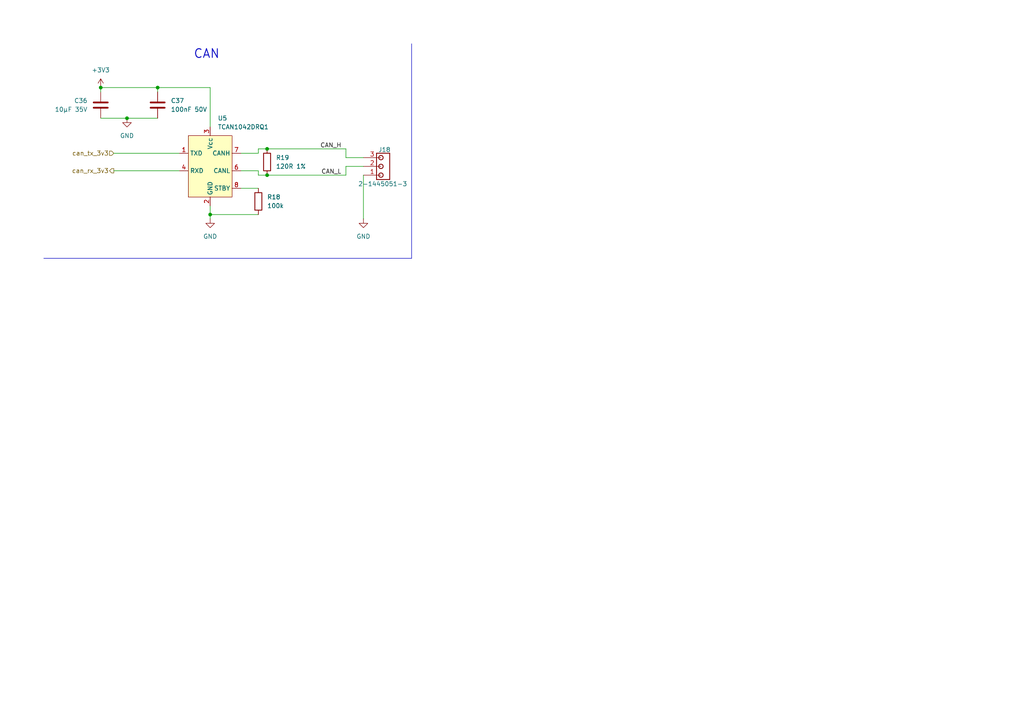
<source format=kicad_sch>
(kicad_sch (version 20250114) (generator "eeschema") (generator_version "9.0")
  (paper "A4")
  (lib_symbols
    (symbol "cocotter_capacitors:C_100nF_50V_0603" (pin_numbers (hide yes)) (pin_names (offset 0.254))
      (property "Reference" "C" (at 0.635 2.54 0))
      (property "Value" "100nF 50V" (at 0.635 -2.54 0))
      (symbol "C_100nF_50V_0603_0_1"
        (polyline (pts (xy -2.032 0.762) (xy 2.032 0.762)) (stroke (width 0.508)))
        (polyline (pts (xy -2.032 -0.762) (xy 2.032 -0.762)) (stroke (width 0.508)))
      )
      (symbol "C_100nF_50V_0603_1_1"
        (pin passive line (at 0 3.81 270) (length 2.794) (name "~") (number "1"))
        (pin passive line (at 0 -3.81 90) (length 2.794) (name "~") (number "2"))
      )
    )
    (symbol "cocotter_capacitors:C_10µF_35V_1206" (pin_numbers (hide yes)) (pin_names (offset 0.254))
      (property "Reference" "C" (at 0.635 2.54 0))
      (property "Value" "10µF 35V" (at 0.635 -2.54 0))
      (symbol "C_10µF_35V_1206_0_1"
        (polyline (pts (xy -2.032 0.762) (xy 2.032 0.762)) (stroke (width 0.508)))
        (polyline (pts (xy -2.032 -0.762) (xy 2.032 -0.762)) (stroke (width 0.508)))
      )
      (symbol "C_10µF_35V_1206_1_1"
        (pin passive line (at 0 3.81 270) (length 2.794) (name "~") (number "1"))
        (pin passive line (at 0 -3.81 90) (length 2.794) (name "~") (number "2"))
      )
    )
    (symbol "cocotter_connectors:2-1445051-3" (pin_names (offset 0.002))
      (property "Reference" "J" (at -2.286 4.826 0))
      (property "Value" "2-1445051-3" (at -1.778 -5.08 0))
      (symbol "2-1445051-3_1_0"
        (polyline (pts (xy -3.81 3.81) (xy -3.81 -3.81)) (stroke (width 0.254)))
        (polyline (pts (xy -3.81 3.81) (xy 0 3.81)) (stroke (width 0.254)))
        (circle (center -1.27 2.54) (radius 0.635) (stroke (width 0.254)))
        (circle (center -1.27 0) (radius 0.635) (stroke (width 0.254)))
        (circle (center -1.27 -2.54) (radius 0.635) (stroke (width 0.254)))
        (polyline (pts (xy 0 -3.81) (xy -3.81 -3.81)) (stroke (width 0.254)))
        (polyline (pts (xy 0 -3.81) (xy 0 3.81)) (stroke (width 0.254)))
        (pin passive line (at 3.81 2.54 180) (length 5.08) (name "3") (number "3"))
        (pin passive line (at 3.81 0 180) (length 5.08) (name "2") (number "2"))
        (pin passive line (at 3.81 -2.54 180) (length 5.08) (name "1") (number "1"))
      )
    )
    (symbol "cocotter_ic:TCAN1042DRQ1"
      (property "Reference" "U" (at 2.286 8.636 0))
      (property "Value" "TCAN1042DRQ1" (at 7.874 -11.176 0))
      (symbol "TCAN1042DRQ1_1_1"
        (rectangle (start -6.35 7.62) (end 6.35 -10.16) (fill (type background)))
        (pin input line (at -8.89 2.54 0) (length 2.54) (name "TXD") (number "1"))
        (pin output line (at -8.89 -2.54 0) (length 2.54) (name "RXD") (number "4"))
        (pin power_in line (at 0 10.16 270) (length 2.54) (name "Vcc") (number "3"))
        (pin passive line (at 0 -12.7 90) (length 2.54) (name "GND") (number "2"))
        (pin power_in line (at 8.89 2.54 180) (length 2.54) (name "CANH") (number "7"))
        (pin power_out line (at 8.89 -2.54 180) (length 2.54) (name "CANL") (number "6"))
        (pin input line (at 8.89 -7.62 180) (length 2.54) (name "STBY") (number "8"))
      )
    )
    (symbol "cocotter_resistors:R_100k_0603_1%" (pin_numbers (hide yes)) (pin_names (offset 0))
      (property "Reference" "R" (at 1.27 1.27 0))
      (property "Value" "100k" (at 3.81 -1.27 0))
      (symbol "R_100k_0603_1%_0_1"
        (rectangle (start -1.016 -2.54) (end 1.016 2.54) (stroke (width 0.254)))
      )
      (symbol "R_100k_0603_1%_1_1"
        (pin passive line (at 0 3.81 270) (length 1.27) (name "~") (number "1"))
        (pin passive line (at 0 -3.81 90) (length 1.27) (name "~") (number "2"))
      )
    )
    (symbol "cocotter_resistors:R_120R_1206_1%" (pin_numbers (hide yes)) (pin_names (offset 0))
      (property "Reference" "R" (at 1.27 1.27 0))
      (property "Value" "120R 1%" (at 5.08 -1.27 0))
      (symbol "R_120R_1206_1%_0_1"
        (rectangle (start -1.016 -2.54) (end 1.016 2.54) (stroke (width 0.254)))
      )
      (symbol "R_120R_1206_1%_1_1"
        (pin passive line (at 0 3.81 270) (length 1.27) (name "~") (number "1"))
        (pin passive line (at 0 -3.81 90) (length 1.27) (name "~") (number "2"))
      )
    )
    (symbol "power:+3V3" (power) (pin_numbers (hide yes)) (pin_names (offset 0) (hide yes))
      (property "Value" "+3V3" (at 0 3.556 0))
      (symbol "+3V3_0_1"
        (polyline (pts (xy -0.762 1.27) (xy 0 2.54)))
        (polyline (pts (xy 0 2.54) (xy 0.762 1.27)))
        (polyline (pts (xy 0 0) (xy 0 2.54)))
      )
      (symbol "+3V3_1_1"
        (pin power_in line (at 0 0 90) (length 0) (name "~") (number "1"))
      )
    )
    (symbol "power:GND" (power) (pin_numbers (hide yes)) (pin_names (offset 0) (hide yes))
      (property "Value" "GND" (at 0 -3.81 0))
      (symbol "GND_0_1"
        (polyline (pts (xy 0 0) (xy 0 -1.27) (xy 1.27 -1.27) (xy 0 -2.54) (xy -1.27 -1.27) (xy 0 -1.27)))
      )
      (symbol "GND_1_1"
        (pin power_in line (at 0 0 270) (length 0) (name "~") (number "1"))
      )
    )
  )
  (text "CAN" (at 59.944 15.748 0) (effects (font (size 2.54 2.54) (thickness 0.254) (bold yes))))
  (junction (at 45.72 25.4))
  (junction (at 77.47 50.8))
  (junction (at 29.21 25.4))
  (junction (at 77.47 43.18))
  (junction (at 36.83 34.29))
  (junction (at 60.96 62.23))
  (wire (pts (xy 74.93 43.18) (xy 77.47 43.18)))
  (wire (pts (xy 69.85 49.53) (xy 74.93 49.53)))
  (wire (pts (xy 60.96 59.69) (xy 60.96 62.23)))
  (wire (pts (xy 33.02 44.45) (xy 52.07 44.45)))
  (wire (pts (xy 100.33 43.18) (xy 100.33 45.72)))
  (wire (pts (xy 74.93 44.45) (xy 74.93 43.18)))
  (polyline (pts (xy 433.07 62.23) (xy 433.07 66.04)))
  (wire (pts (xy 105.41 45.72) (xy 100.33 45.72)))
  (wire (pts (xy 60.96 62.23) (xy 74.93 62.23)))
  (wire (pts (xy 74.93 50.8) (xy 77.47 50.8)))
  (wire (pts (xy 100.33 48.26) (xy 105.41 48.26)))
  (wire (pts (xy 45.72 25.4) (xy 60.96 25.4)))
  (wire (pts (xy 77.47 50.8) (xy 100.33 50.8)))
  (wire (pts (xy 33.02 49.53) (xy 52.07 49.53)))
  (wire (pts (xy 45.72 25.4) (xy 45.72 26.67)))
  (polyline (pts (xy 12.7 74.93) (xy 119.38 74.93)))
  (wire (pts (xy 69.85 54.61) (xy 74.93 54.61)))
  (wire (pts (xy 105.41 50.8) (xy 105.41 63.5)))
  (wire (pts (xy 77.47 43.18) (xy 100.33 43.18)))
  (wire (pts (xy 100.33 50.8) (xy 100.33 48.26)))
  (wire (pts (xy 60.96 63.5) (xy 60.96 62.23)))
  (wire (pts (xy 36.83 34.29) (xy 45.72 34.29)))
  (wire (pts (xy 69.85 44.45) (xy 74.93 44.45)))
  (wire (pts (xy 29.21 25.4) (xy 29.21 26.67)))
  (wire (pts (xy 74.93 49.53) (xy 74.93 50.8)))
  (wire (pts (xy 29.21 34.29) (xy 36.83 34.29)))
  (polyline (pts (xy 119.38 12.7) (xy 119.38 74.93)))
  (wire (pts (xy 29.21 25.4) (xy 45.72 25.4)))
  (wire (pts (xy 60.96 25.4) (xy 60.96 36.83)))
  (label "CAN_L" (at 99.06 50.8 180))
  (label "CAN_H" (at 99.06 43.18 180))
  (hierarchical_label "can_rx_3v3" (shape output) (at 33.02 49.53 180))
  (hierarchical_label "can_tx_3v3" (shape input) (at 33.02 44.45 180))
  (symbol (lib_id "power:GND") (at 105.41 63.5 0) (unit 1)
    (property "Reference" "#PWR064" (effects (hide yes)))
    (property "Value" "GND" (at 105.41 68.58 0))
    (property "Description" "Power symbol creates a global label with name \"GND\" , ground" (effects (hide yes)))
  )
  (symbol (lib_id "power:GND") (at 36.83 34.29 0) (unit 1)
    (property "Reference" "#PWR062" (effects (hide yes)))
    (property "Value" "GND" (at 36.83 39.37 0))
    (property "Description" "Power symbol creates a global label with name \"GND\" , ground" (effects (hide yes)))
  )
  (symbol (lib_id "power:GND") (at 60.96 63.5 0) (unit 1)
    (property "Reference" "#PWR063" (effects (hide yes)))
    (property "Value" "GND" (at 60.96 68.58 0))
    (property "Description" "Power symbol creates a global label with name \"GND\" , ground" (effects (hide yes)))
  )
  (symbol (lib_id "cocotter_resistors:R_100k_0603_1%") (at 74.93 58.42 0) (unit 1)
    (property "Reference" "R18" (at 77.47 57.1499 0) (effects (justify left)))
    (property "Value" "100k" (at 77.47 59.6899 0) (effects (justify left)))
    (property "Footprint" "cocotter_resistor:r0603_reflow" (effects (hide yes)))
    (property "Description" "Resistor" (effects (hide yes)))
    (property "Specification" "100k 0603 1% 100mW" (effects (hide yes)))
    (property "mouser" "603-RC0603FR-10100KL" (effects (hide yes)))
    (property "JLCPCB Part #" "C25803" (effects (hide yes)))
  )
  (symbol (lib_id "cocotter_connectors:2-1445051-3") (at 109.22 48.26 0) (mirror y) (unit 1)
    (property "Reference" "J18" (at 111.506 43.434 0))
    (property "Value" "2-1445051-3" (at 110.998 53.34 0))
    (property "Footprint" "cocotter_connectors:2-1445051-3" (effects (hide yes)))
    (property "Description" "1x3POS micro Mate'n LOK, through hole, vertical" (effects (hide yes)))
    (property "JLCPCB Part #" "C17473329" (effects (hide yes)))
  )
  (symbol (lib_id "power:+3V3") (at 29.21 25.4 0) (unit 1)
    (property "Reference" "#PWR061" (effects (hide yes)))
    (property "Value" "+3V3" (at 29.21 20.32 0))
    (property "Description" "Power symbol creates a global label with name \"+3V3\"" (effects (hide yes)))
  )
  (symbol (lib_id "cocotter_resistors:R_120R_1206_1%") (at 77.47 46.99 0) (unit 1)
    (property "Reference" "R19" (at 80.01 45.7199 0) (effects (justify left)))
    (property "Value" "120R 1%" (at 80.01 48.2599 0) (effects (justify left)))
    (property "Footprint" "cocotter_resistor:r1206_reflow" (effects (hide yes)))
    (property "Description" "Resistor" (effects (hide yes)))
    (property "Specification" "120R 1206 1% 250mW" (effects (hide yes)))
    (property "JLCPCB Part #" "C17909" (effects (hide yes)))
  )
  (symbol (lib_id "cocotter_ic:TCAN1042DRQ1") (at 60.96 46.99 0) (unit 1)
    (property "Reference" "U5" (at 63.1541 34.29 0) (effects (justify left)))
    (property "Value" "TCAN1042DRQ1" (at 63.1541 36.83 0) (effects (justify left)))
    (property "Footprint" "cocotter_ic:D0008A" (effects (hide yes)))
    (property "Description" "5Mbps Transceiver SOIC-8 CAN Transceivers ROHS" (effects (hide yes)))
    (property "JLCPCB Part #" "C118837" (effects (hide yes)))
  )
  (symbol (lib_id "cocotter_capacitors:C_100nF_50V_0603") (at 45.72 30.48 0) (unit 1)
    (property "Reference" "C37" (at 49.53 29.2099 0) (effects (justify left)))
    (property "Value" "100nF 50V" (at 49.53 31.7499 0) (effects (justify left)))
    (property "Footprint" "cocotter_capacitors:C_0603_1608Metric" (effects (hide yes)))
    (property "Description" "Unpolarized capacitor tol +/-10%" (effects (hide yes)))
    (property "Specification" "100nF 50V X7R 0603 " (effects (hide yes)))
    (property "JLCPCB Part #" "C14663" (effects (hide yes)))
  )
  (symbol (lib_id "cocotter_capacitors:C_10µF_35V_1206") (at 29.21 30.48 0) (mirror y) (unit 1)
    (property "Reference" "C36" (at 25.4 29.2099 0) (effects (justify left)))
    (property "Value" "10µF 35V" (at 25.4 31.7499 0) (effects (justify left)))
    (property "Footprint" "cocotter_capacitors:C_1206_3216Metric" (effects (hide yes)))
    (property "Description" "Unpolarized capacitor" (effects (hide yes)))
    (property "Specification" "10µF 35V X7R 1206" (effects (hide yes)))
    (property "jlcpcb" "C454102" (effects (hide yes)))
  )
)
</source>
